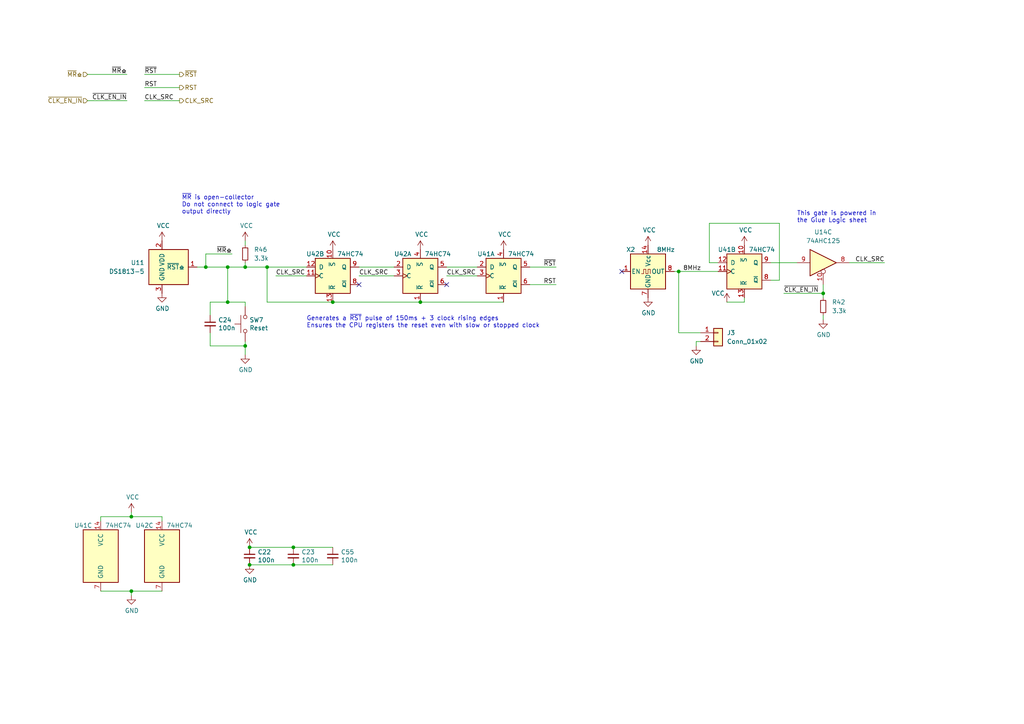
<source format=kicad_sch>
(kicad_sch (version 20211123) (generator eeschema)
  (paper "A4")
  (title_block (title "Clock & Reset Module") (date "2022-07-04") (rev "A.24") (comment 2 "https://github.com/adrienkohlbecker/65C816") (comment 3 "Licensed under CERN-OHL-W v2") (comment 4 "Copyright © 2022 Adrien Kohlbecker"))
  (lib_symbols
    (symbol "65C816:DS1813" (pin_names (offset 1.016))
      (property "Reference" "U" (at 1.27 6.35 0))
      (property "Value" "DS1813" (at 3.81 -6.35 0))
      (symbol "DS1813_1_1"
        (rectangle (start -5.08 5.08) (end 6.35 -5.08) (stroke (width 0.254)) (fill (type background)))
        (pin bidirectional line (at 8.89 0 180) (length 2.54) (name "~{RST}⎒") (number "1"))
        (pin power_in line (at -1.27 7.62 270) (length 2.54) (name "VDD") (number "2"))
        (pin power_in line (at -1.27 -7.62 90) (length 2.54) (name "GND") (number "3"))
      )
    )
    (symbol "74xx:74LS125" (pin_names (offset 1.016))
      (property "Reference" "U" (at 0 1.27 0))
      (property "Value" "74LS125" (at 0 -1.27 0))
      (symbol "74LS125_1_0"
        (polyline (pts (xy -3.81 3.81) (xy -3.81 -3.81) (xy 3.81 0) (xy -3.81 3.81)) (stroke (width 0.254)) (fill (type background)))
        (pin input inverted (at 0 -6.35 90) (length 4.445) (name "~") (number "1"))
        (pin input line (at -7.62 0 0) (length 3.81) (name "~") (number "2"))
        (pin tri_state line (at 7.62 0 180) (length 3.81) (name "~") (number "3"))
      )
      (symbol "74LS125_2_0"
        (polyline (pts (xy -3.81 3.81) (xy -3.81 -3.81) (xy 3.81 0) (xy -3.81 3.81)) (stroke (width 0.254)) (fill (type background)))
        (pin input inverted (at 0 -6.35 90) (length 4.445) (name "~") (number "4"))
        (pin input line (at -7.62 0 0) (length 3.81) (name "~") (number "5"))
        (pin tri_state line (at 7.62 0 180) (length 3.81) (name "~") (number "6"))
      )
      (symbol "74LS125_3_0"
        (polyline (pts (xy -3.81 3.81) (xy -3.81 -3.81) (xy 3.81 0) (xy -3.81 3.81)) (stroke (width 0.254)) (fill (type background)))
        (pin input inverted (at 0 -6.35 90) (length 4.445) (name "~") (number "10"))
        (pin tri_state line (at 7.62 0 180) (length 3.81) (name "~") (number "8"))
        (pin input line (at -7.62 0 0) (length 3.81) (name "~") (number "9"))
      )
      (symbol "74LS125_4_0"
        (polyline (pts (xy -3.81 3.81) (xy -3.81 -3.81) (xy 3.81 0) (xy -3.81 3.81)) (stroke (width 0.254)) (fill (type background)))
        (pin tri_state line (at 7.62 0 180) (length 3.81) (name "~") (number "11"))
        (pin input line (at -7.62 0 0) (length 3.81) (name "~") (number "12"))
        (pin input inverted (at 0 -6.35 90) (length 4.445) (name "~") (number "13"))
      )
      (symbol "74LS125_5_0"
        (pin power_in line (at 0 12.7 270) (length 5.08) (name "VCC") (number "14"))
        (pin power_in line (at 0 -12.7 90) (length 5.08) (name "GND") (number "7"))
      )
      (symbol "74LS125_5_1"
        (rectangle (start -5.08 7.62) (end 5.08 -7.62) (stroke (width 0.254)) (fill (type background)))
      )
    )
    (symbol "74xx:74LS74" (pin_names (offset 1.016))
      (property "Reference" "U" (at -7.62 8.89 0))
      (property "Value" "74LS74" (at -7.62 -8.89 0))
      (symbol "74LS74_1_0"
        (pin input line (at 0 -7.62 90) (length 2.54) (name "~{R}") (number "1"))
        (pin input line (at -7.62 2.54 0) (length 2.54) (name "D") (number "2"))
        (pin input clock (at -7.62 0 0) (length 2.54) (name "C") (number "3"))
        (pin input line (at 0 7.62 270) (length 2.54) (name "~{S}") (number "4"))
        (pin output line (at 7.62 2.54 180) (length 2.54) (name "Q") (number "5"))
        (pin output line (at 7.62 -2.54 180) (length 2.54) (name "~{Q}") (number "6"))
      )
      (symbol "74LS74_1_1"
        (rectangle (start -5.08 5.08) (end 5.08 -5.08) (stroke (width 0.254)) (fill (type background)))
      )
      (symbol "74LS74_2_0"
        (pin input line (at 0 7.62 270) (length 2.54) (name "~{S}") (number "10"))
        (pin input clock (at -7.62 0 0) (length 2.54) (name "C") (number "11"))
        (pin input line (at -7.62 2.54 0) (length 2.54) (name "D") (number "12"))
        (pin input line (at 0 -7.62 90) (length 2.54) (name "~{R}") (number "13"))
        (pin output line (at 7.62 -2.54 180) (length 2.54) (name "~{Q}") (number "8"))
        (pin output line (at 7.62 2.54 180) (length 2.54) (name "Q") (number "9"))
      )
      (symbol "74LS74_2_1"
        (rectangle (start -5.08 5.08) (end 5.08 -5.08) (stroke (width 0.254)) (fill (type background)))
      )
      (symbol "74LS74_3_0"
        (pin power_in line (at 0 10.16 270) (length 2.54) (name "VCC") (number "14"))
        (pin power_in line (at 0 -10.16 90) (length 2.54) (name "GND") (number "7"))
      )
      (symbol "74LS74_3_1"
        (rectangle (start -5.08 7.62) (end 5.08 -7.62) (stroke (width 0.254)) (fill (type background)))
      )
    )
    (symbol "Connector_Generic:Conn_01x02" (pin_names (offset 1.016) hide)
      (property "Reference" "J" (at 0 2.54 0))
      (property "Value" "Conn_01x02" (at 0 -5.08 0))
      (symbol "Conn_01x02_1_1"
        (rectangle (start -1.27 -2.413) (end 0 -2.667) (stroke (width 0.1524)))
        (rectangle (start -1.27 0.127) (end 0 -0.127) (stroke (width 0.1524)))
        (rectangle (start -1.27 1.27) (end 1.27 -3.81) (stroke (width 0.254)) (fill (type background)))
        (pin passive line (at -5.08 0 0) (length 3.81) (name "Pin_1") (number "1"))
        (pin passive line (at -5.08 -2.54 0) (length 3.81) (name "Pin_2") (number "2"))
      )
    )
    (symbol "Device:C_Small" (pin_numbers hide) (pin_names (offset 0.254) hide)
      (property "Reference" "C" (at 0.254 1.778 0))
      (property "Value" "C_Small" (at 0.254 -2.032 0))
      (symbol "C_Small_0_1"
        (polyline (pts (xy -1.524 -0.508) (xy 1.524 -0.508)) (stroke (width 0.3302)))
        (polyline (pts (xy -1.524 0.508) (xy 1.524 0.508)) (stroke (width 0.3048)))
      )
      (symbol "C_Small_1_1"
        (pin passive line (at 0 2.54 270) (length 2.032) (name "~") (number "1"))
        (pin passive line (at 0 -2.54 90) (length 2.032) (name "~") (number "2"))
      )
    )
    (symbol "Device:R_Small" (pin_numbers hide) (pin_names (offset 0.254) hide)
      (property "Reference" "R" (at 0.762 0.508 0))
      (property "Value" "R_Small" (at 0.762 -1.016 0))
      (symbol "R_Small_0_1"
        (rectangle (start -0.762 1.778) (end 0.762 -1.778) (stroke (width 0.2032)))
      )
      (symbol "R_Small_1_1"
        (pin passive line (at 0 2.54 270) (length 0.762) (name "~") (number "1"))
        (pin passive line (at 0 -2.54 90) (length 0.762) (name "~") (number "2"))
      )
    )
    (symbol "Oscillator:CXO_DIP14" (pin_names (offset 0.254))
      (property "Reference" "X" (at -5.08 6.35 0))
      (property "Value" "CXO_DIP14" (at 1.27 -6.35 0))
      (symbol "CXO_DIP14_0_1"
        (rectangle (start -5.08 5.08) (end 5.08 -5.08) (stroke (width 0.254)) (fill (type background)))
        (polyline (pts (xy -1.905 -0.635) (xy -1.27 -0.635) (xy -1.27 0.635) (xy -0.635 0.635) (xy -0.635 -0.635) (xy 0 -0.635) (xy 0 0.635) (xy 0.635 0.635) (xy 0.635 -0.635)))
      )
      (symbol "CXO_DIP14_1_1"
        (pin input line (at -7.62 0 0) (length 2.54) (name "EN") (number "1"))
        (pin power_in line (at 0 7.62 270) (length 2.54) (name "Vcc") (number "14"))
        (pin power_in line (at 0 -7.62 90) (length 2.54) (name "GND") (number "7"))
        (pin output line (at 7.62 0 180) (length 2.54) (name "OUT") (number "8"))
      )
    )
    (symbol "Switch:SW_Push" (pin_numbers hide) (pin_names (offset 1.016) hide)
      (property "Reference" "SW" (at 1.27 2.54 0))
      (property "Value" "SW_Push" (at 0 -1.524 0))
      (symbol "SW_Push_0_1"
        (circle (center -2.032 0) (radius 0.508))
        (polyline (pts (xy 0 1.27) (xy 0 3.048)))
        (polyline (pts (xy 2.54 1.27) (xy -2.54 1.27)))
        (circle (center 2.032 0) (radius 0.508))
        (pin passive line (at -5.08 0 0) (length 2.54) (name "1") (number "1"))
        (pin passive line (at 5.08 0 180) (length 2.54) (name "2") (number "2"))
      )
    )
    (symbol "power:GND" (power) (pin_names (offset 0))
      (property "Value" "GND" (at 0 -3.81 0))
      (symbol "GND_0_1"
        (polyline (pts (xy 0 0) (xy 0 -1.27) (xy 1.27 -1.27) (xy 0 -2.54) (xy -1.27 -1.27) (xy 0 -1.27)))
      )
      (symbol "GND_1_1"
        (pin power_in line (at 0 0 270) (length 0) hide (name "GND") (number "1"))
      )
    )
    (symbol "power:VCC" (power) (pin_names (offset 0))
      (property "Value" "VCC" (at 0 3.81 0))
      (symbol "VCC_0_1"
        (polyline (pts (xy -0.762 1.27) (xy 0 2.54)))
        (polyline (pts (xy 0 0) (xy 0 2.54)))
        (polyline (pts (xy 0 2.54) (xy 0.762 1.27)))
      )
      (symbol "VCC_1_1"
        (pin power_in line (at 0 0 90) (length 0) hide (name "VCC") (number "1"))
      )
    )
  )
  (junction (at 66.04 87.63))
  (junction (at 71.12 100.33))
  (junction (at 66.04 77.47))
  (junction (at 38.1 171.45))
  (junction (at 96.52 87.63))
  (junction (at 238.76 85.09))
  (junction (at 85.09 163.83))
  (junction (at 72.39 158.75))
  (junction (at 72.39 163.83))
  (junction (at 38.1 149.86))
  (junction (at 59.69 77.47))
  (junction (at 77.47 77.47))
  (junction (at 85.09 158.75))
  (junction (at 196.85 78.74))
  (junction (at 71.12 77.47))
  (junction (at 121.92 87.63))
  (no_connect (at 129.54 82.55))
  (no_connect (at 104.14 82.55))
  (no_connect (at 180.34 78.74))
  (wire (pts (xy 226.06 81.28) (xy 226.06 64.77)))
  (wire (pts (xy 227.33 85.09) (xy 238.76 85.09)))
  (wire (pts (xy 60.96 87.63) (xy 60.96 91.44)))
  (wire (pts (xy 72.39 158.75) (xy 85.09 158.75)))
  (wire (pts (xy 153.67 82.55) (xy 161.29 82.55)))
  (wire (pts (xy 71.12 100.33) (xy 71.12 99.06)))
  (wire (pts (xy 238.76 91.44) (xy 238.76 92.71)))
  (wire (pts (xy 104.14 80.01) (xy 114.3 80.01)))
  (wire (pts (xy 52.07 25.4) (xy 41.91 25.4)))
  (wire (pts (xy 29.21 171.45) (xy 38.1 171.45)))
  (wire (pts (xy 71.12 77.47) (xy 77.47 77.47)))
  (wire (pts (xy 129.54 77.47) (xy 138.43 77.47)))
  (wire (pts (xy 96.52 163.83) (xy 85.09 163.83)))
  (wire (pts (xy 38.1 149.86) (xy 46.99 149.86)))
  (wire (pts (xy 196.85 96.52) (xy 203.2 96.52)))
  (wire (pts (xy 59.69 77.47) (xy 66.04 77.47)))
  (wire (pts (xy 66.04 87.63) (xy 60.96 87.63)))
  (wire (pts (xy 201.93 99.06) (xy 201.93 100.33)))
  (wire (pts (xy 196.85 78.74) (xy 196.85 96.52)))
  (wire (pts (xy 71.12 87.63) (xy 71.12 88.9)))
  (wire (pts (xy 29.21 149.86) (xy 38.1 149.86)))
  (wire (pts (xy 195.58 78.74) (xy 196.85 78.74)))
  (wire (pts (xy 46.99 151.13) (xy 46.99 149.86)))
  (wire (pts (xy 71.12 102.87) (xy 71.12 100.33)))
  (wire (pts (xy 52.07 29.21) (xy 41.91 29.21)))
  (wire (pts (xy 25.4 21.59) (xy 36.83 21.59)))
  (wire (pts (xy 59.69 77.47) (xy 59.69 73.66)))
  (wire (pts (xy 121.92 87.63) (xy 146.05 87.63)))
  (wire (pts (xy 96.52 158.75) (xy 85.09 158.75)))
  (wire (pts (xy 60.96 100.33) (xy 71.12 100.33)))
  (wire (pts (xy 104.14 77.47) (xy 114.3 77.47)))
  (wire (pts (xy 25.4 29.21) (xy 36.83 29.21)))
  (wire (pts (xy 41.91 21.59) (xy 52.07 21.59)))
  (wire (pts (xy 66.04 77.47) (xy 71.12 77.47)))
  (wire (pts (xy 77.47 77.47) (xy 88.9 77.47)))
  (wire (pts (xy 38.1 171.45) (xy 38.1 172.72)))
  (wire (pts (xy 205.74 64.77) (xy 205.74 76.2)))
  (wire (pts (xy 29.21 151.13) (xy 29.21 149.86)))
  (wire (pts (xy 66.04 77.47) (xy 66.04 87.63)))
  (wire (pts (xy 77.47 77.47) (xy 77.47 87.63)))
  (wire (pts (xy 57.15 77.47) (xy 59.69 77.47)))
  (wire (pts (xy 38.1 171.45) (xy 46.99 171.45)))
  (wire (pts (xy 153.67 77.47) (xy 161.29 77.47)))
  (wire (pts (xy 59.69 73.66) (xy 67.31 73.66)))
  (wire (pts (xy 66.04 87.63) (xy 71.12 87.63)))
  (wire (pts (xy 196.85 78.74) (xy 208.28 78.74)))
  (wire (pts (xy 129.54 80.01) (xy 138.43 80.01)))
  (wire (pts (xy 38.1 148.59) (xy 38.1 149.86)))
  (wire (pts (xy 77.47 87.63) (xy 96.52 87.63)))
  (wire (pts (xy 60.96 96.52) (xy 60.96 100.33)))
  (wire (pts (xy 71.12 76.2) (xy 71.12 77.47)))
  (wire (pts (xy 223.52 81.28) (xy 226.06 81.28)))
  (wire (pts (xy 71.12 69.85) (xy 71.12 71.12)))
  (wire (pts (xy 80.01 80.01) (xy 88.9 80.01)))
  (wire (pts (xy 238.76 85.09) (xy 238.76 86.36)))
  (wire (pts (xy 238.76 82.55) (xy 238.76 85.09)))
  (wire (pts (xy 210.82 87.63) (xy 215.9 87.63)))
  (wire (pts (xy 96.52 87.63) (xy 121.92 87.63)))
  (wire (pts (xy 215.9 87.63) (xy 215.9 86.36)))
  (wire (pts (xy 203.2 99.06) (xy 201.93 99.06)))
  (wire (pts (xy 205.74 76.2) (xy 208.28 76.2)))
  (wire (pts (xy 246.38 76.2) (xy 256.54 76.2)))
  (wire (pts (xy 72.39 163.83) (xy 85.09 163.83)))
  (wire (pts (xy 226.06 64.77) (xy 205.74 64.77)))
  (wire (pts (xy 223.52 76.2) (xy 231.14 76.2)))
  (text "This gate is powered in \nthe Glue Logic sheet" (at 231.14 64.77 0) (effects (font (size 1.27 1.27)) (justify left bottom)))
  (text "Generates a ~{RST} pulse of 150ms + 3 clock rising edges\nEnsures the CPU registers the reset even with slow or stopped clock " (at 88.9 95.25 0) (effects (font (size 1.27 1.27)) (justify left bottom)))
  (text "~{MR} is open-collector\nDo not connect to logic gate \noutput directly" (at 52.705 62.23 0) (effects (font (size 1.27 1.27)) (justify left bottom)))
  (label "CLK_SRC" (at 129.54 80.01 0))
  (label "RST" (at 41.91 25.4 0))
  (label "~{MR}⎒" (at 36.83 21.59 180))
  (label "~{MR}⎒" (at 67.31 73.66 180))
  (label "~{CLK_EN_IN}" (at 36.83 29.21 180))
  (label "8MHz" (at 198.12 78.74 0))
  (label "CLK_SRC" (at 104.14 80.01 0))
  (label "CLK_SRC" (at 41.91 29.21 0))
  (label "CLK_SRC" (at 256.54 76.2 180))
  (label "~{RST}" (at 41.91 21.59 0))
  (label "RST" (at 161.29 82.55 180))
  (label "~{RST}" (at 161.29 77.47 180))
  (label "CLK_SRC" (at 80.01 80.01 0))
  (label "~{CLK_EN_IN}" (at 227.33 85.09 0))
  (hierarchical_label "~{CLK_EN_IN}" (shape input) (at 25.4 29.21 180))
  (hierarchical_label "~{RST}" (shape output) (at 52.07 21.59 0))
  (hierarchical_label "RST" (shape output) (at 52.07 25.4 0))
  (hierarchical_label "~{MR}⎒" (shape input) (at 25.4 21.59 180))
  (hierarchical_label "CLK_SRC" (shape output) (at 52.07 29.21 0))
  (symbol (lib_id "Switch:SW_Push") (at 71.12 93.98 90) (unit 1)
    (property "Reference" "SW7" (at 72.3392 92.8116 90) (effects (justify right)))
    (property "Value" "Reset" (at 72.3392 95.123 90) (effects (justify right)))
  )
  (symbol (lib_id "power:GND") (at 71.12 102.87 0) (unit 1)
    (property "Reference" "#PWR058" (effects hide))
    (property "Value" "GND" (at 71.247 107.2642 0))
  )
  (symbol (lib_id "Device:C_Small") (at 72.39 161.29 0) (unit 1)
    (property "Reference" "C22" (at 74.7268 160.1216 0) (effects (justify left)))
    (property "Value" "100n" (at 74.7268 162.433 0) (effects (justify left)))
  )
  (symbol (lib_id "Device:C_Small") (at 85.09 161.29 0) (unit 1)
    (property "Reference" "C23" (at 87.4268 160.1216 0) (effects (justify left)))
    (property "Value" "100n" (at 87.4268 162.433 0) (effects (justify left)))
  )
  (symbol (lib_id "power:VCC") (at 72.39 158.75 0) (unit 1)
    (property "Reference" "#PWR056" (effects hide))
    (property "Value" "VCC" (at 72.771 154.3558 0))
  )
  (symbol (lib_id "power:GND") (at 72.39 163.83 0) (unit 1)
    (property "Reference" "#PWR057" (effects hide))
    (property "Value" "GND" (at 72.517 168.2242 0))
  )
  (symbol (lib_id "Device:C_Small") (at 60.96 93.98 0) (unit 1)
    (property "Reference" "C24" (at 63.2968 92.8116 0) (effects (justify left)))
    (property "Value" "100n" (at 63.2968 95.123 0) (effects (justify left)))
  )
  (symbol (lib_id "power:GND") (at 201.93 100.33 0) (unit 1)
    (property "Reference" "#PWR0165" (effects hide))
    (property "Value" "GND" (at 202.057 104.7242 0))
  )
  (symbol (lib_id "power:VCC") (at 46.99 69.85 0) (unit 1)
    (property "Reference" "#PWR0146" (effects hide))
    (property "Value" "VCC" (at 47.371 65.4558 0))
  )
  (symbol (lib_id "Device:R_Small") (at 71.12 73.66 0) (unit 1)
    (property "Reference" "R46" (at 73.66 72.3899 0) (effects (justify left)))
    (property "Value" "3.3k" (at 73.66 74.9299 0) (effects (justify left)))
  )
  (symbol (lib_id "Device:C_Small") (at 96.52 161.29 0) (unit 1)
    (property "Reference" "C55" (at 98.8568 160.1216 0) (effects (justify left)))
    (property "Value" "100n" (at 98.8568 162.433 0) (effects (justify left)))
  )
  (symbol (lib_id "power:GND") (at 238.76 92.71 0) (unit 1)
    (property "Reference" "#PWR0161" (effects hide))
    (property "Value" "GND" (at 238.887 97.1042 0))
  )
  (symbol (lib_id "74xx:74LS125") (at 238.76 76.2 0) (unit 3)
    (property "Reference" "U14" (at 238.76 67.31 0))
    (property "Value" "74AHC125" (at 238.76 69.85 0))
    (property "Datasheet" "https://www.ti.com/lit/ds/symlink/sn74ahc125.pdf" (effects hide))
  )
  (symbol (lib_id "power:GND") (at 46.99 85.09 0) (unit 1)
    (property "Reference" "#PWR0147" (effects hide))
    (property "Value" "GND" (at 47.117 89.4842 0))
  )
  (symbol (lib_id "power:VCC") (at 121.92 72.39 0) (unit 1)
    (property "Reference" "#PWR0144" (effects hide))
    (property "Value" "VCC" (at 122.301 67.9958 0))
  )
  (symbol (lib_id "Connector_Generic:Conn_01x02") (at 208.28 96.52 0) (unit 1)
    (property "Reference" "J3" (at 210.82 96.5199 0) (effects (justify left)))
    (property "Value" "Conn_01x02" (at 210.82 99.0599 0) (effects (justify left)))
  )
  (symbol (lib_id "power:GND") (at 38.1 172.72 0) (unit 1)
    (property "Reference" "#PWR0152" (effects hide))
    (property "Value" "GND" (at 38.227 177.1142 0))
  )
  (symbol (lib_id "power:VCC") (at 146.05 72.39 0) (unit 1)
    (property "Reference" "#PWR0145" (effects hide))
    (property "Value" "VCC" (at 146.431 67.9958 0))
  )
  (symbol (lib_id "65C816:DS1813") (at 48.26 77.47 0) (unit 1)
    (property "Reference" "U11" (at 41.91 76.1999 0) (effects (justify right)))
    (property "Value" "DS1813-5" (at 41.91 78.7399 0) (effects (justify right)))
    (property "Footprint" "Package_TO_SOT_THT:TO-92_Inline" (effects hide))
    (property "Datasheet" "https://nl.mouser.com/datasheet/2/256/maxim%20integrated%20products_ds1813-1178753.pdf" (effects hide))
  )
  (symbol (lib_id "74xx:74LS74") (at 146.05 80.01 0) (unit 1)
    (property "Reference" "U41" (at 140.97 73.66 0))
    (property "Value" "74HC74" (at 151.13 73.66 0))
    (property "Datasheet" "https://www.ti.com/lit/ds/symlink/sn74hc74.pdf" (effects hide))
  )
  (symbol (lib_id "power:VCC") (at 38.1 148.59 0) (unit 1)
    (property "Reference" "#PWR0151" (effects hide))
    (property "Value" "VCC" (at 38.481 144.1958 0))
  )
  (symbol (lib_id "74xx:74LS74") (at 96.52 80.01 0) (unit 2)
    (property "Reference" "U42" (at 91.44 73.66 0))
    (property "Value" "74HC74" (at 101.6 73.66 0))
    (property "Datasheet" "https://www.ti.com/lit/ds/symlink/sn74hc74.pdf" (effects hide))
  )
  (symbol (lib_id "power:VCC") (at 187.96 71.12 0) (unit 1)
    (property "Reference" "#PWR0148" (effects hide))
    (property "Value" "VCC" (at 188.341 66.7258 0))
  )
  (symbol (lib_id "74xx:74LS74") (at 215.9 78.74 0) (unit 2)
    (property "Reference" "U41" (at 210.82 72.39 0))
    (property "Value" "74HC74" (at 220.98 72.39 0))
    (property "Datasheet" "https://www.ti.com/lit/ds/symlink/sn74hc74.pdf" (effects hide))
  )
  (symbol (lib_id "power:VCC") (at 71.12 69.85 0) (unit 1)
    (property "Reference" "#PWR0164" (effects hide))
    (property "Value" "VCC" (at 71.501 65.4558 0))
  )
  (symbol (lib_id "power:VCC") (at 215.9 71.12 0) (unit 1)
    (property "Reference" "#PWR0154" (effects hide))
    (property "Value" "VCC" (at 216.281 66.7258 0))
  )
  (symbol (lib_id "Oscillator:CXO_DIP14") (at 187.96 78.74 0) (unit 1)
    (property "Reference" "X2" (at 181.61 72.39 0) (effects (justify left)))
    (property "Value" "8MHz" (at 190.5 72.39 0) (effects (justify left)))
    (property "Footprint" "Oscillator:Oscillator_DIP-14" (effects hide))
    (property "Datasheet" "https://nl.mouser.com/datasheet/2/122/ecs-2200x-13674.pdf" (effects hide))
  )
  (symbol (lib_id "power:VCC") (at 96.52 72.39 0) (unit 1)
    (property "Reference" "#PWR059" (effects hide))
    (property "Value" "VCC" (at 96.901 67.9958 0))
  )
  (symbol (lib_id "74xx:74LS74") (at 29.21 161.29 0) (unit 3)
    (property "Reference" "U41" (at 24.13 152.4 0))
    (property "Value" "74HC74" (at 34.29 152.4 0))
    (property "Datasheet" "https://www.ti.com/lit/ds/symlink/sn74hc74.pdf" (effects hide))
  )
  (symbol (lib_id "74xx:74LS74") (at 121.92 80.01 0) (unit 1)
    (property "Reference" "U42" (at 116.84 73.66 0))
    (property "Value" "74HC74" (at 127 73.66 0))
    (property "Datasheet" "https://www.ti.com/lit/ds/symlink/sn74hc74.pdf" (effects hide))
  )
  (symbol (lib_id "Device:R_Small") (at 238.76 88.9 0) (unit 1)
    (property "Reference" "R42" (at 241.3 87.6299 0) (effects (justify left)))
    (property "Value" "3.3k" (at 241.3 90.1699 0) (effects (justify left)))
  )
  (symbol (lib_id "74xx:74LS74") (at 46.99 161.29 0) (unit 3)
    (property "Reference" "U42" (at 41.91 152.4 0))
    (property "Value" "74HC74" (at 52.07 152.4 0))
    (property "Datasheet" "https://www.ti.com/lit/ds/symlink/sn74hc74.pdf" (effects hide))
  )
  (symbol (lib_id "power:VCC") (at 210.82 87.63 0) (unit 1)
    (property "Reference" "#PWR0153" (effects hide))
    (property "Value" "VCC" (at 208.28 85.09 0))
  )
  (symbol (lib_id "power:GND") (at 187.96 86.36 0) (unit 1)
    (property "Reference" "#PWR0149" (effects hide))
    (property "Value" "GND" (at 188.087 90.7542 0))
  )
)
</source>
